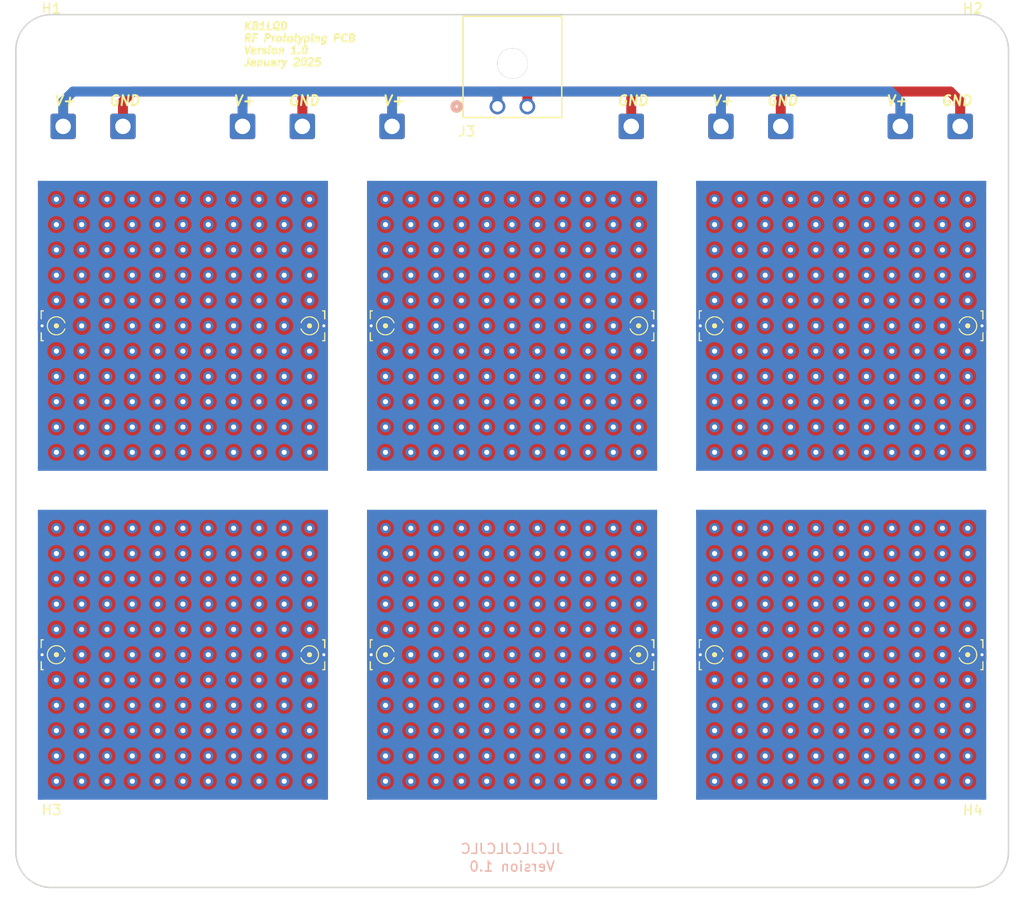
<source format=kicad_pcb>
(kicad_pcb (version 20240108) (generator "pcbnew") (generator_version "8.0")
  (title_block (date "2023-09-19") (rev "Version 1.0"))
  (layers (0 "F.Cu" signal) (31 "B.Cu" signal) (34 "B.Paste" user) (35 "F.Paste" user) (36 "B.SilkS" user "B.Silkscreen") (37 "F.SilkS" user "F.Silkscreen") (38 "B.Mask" user) (39 "F.Mask" user) (44 "Edge.Cuts" user))
  (property "ProductNumberPlaceholder" "JLCJLCJLCJLC")
  (net 0 "")
  (net 1 "GND1")
  (net 121 "GND2")
  (net 241 "GND3")
  (net 361 "GND4")
  (net 481 "GND5")
  (net 601 "GND6")
  (net 721 "/Gnd")
  (net 722 "/V+")
  (footprint "Connector_Wire:SolderWire-0.75sqmm_1x01_D1.25mm_OD2.3mm" (layer "F.Cu") (at 45 13)
    (property "Reference" "J9" (hide yes))
    (property "Value" "Conn_01x01_Pin")
  )
  (footprint "Connector_Wire:SolderWire-0.75sqmm_1x01_D1.25mm_OD2.3mm" (layer "F.Cu") (at 21 13)
    (property "Reference" "J1" (hide yes))
    (property "Value" "Conn_01x01_Pin")
  )
  (footprint "MountingHole:MountingHole_3.2mm_M3" (layer "F.Cu") (at 19.8374 85.8266)
    (property "Reference" "H3")
    (property "Value" "MountingHole")
  )
  (footprint "RF_ProtoBoard:GndRing_RF_ProtoBoard_Module" (layer "F.Cu") (at 33.02 66.04)
    (property "Reference" "A4" (hide yes))
    (property "Value" "GndRing_RF_ProtoBoard_Module" (hide yes))
  )
  (footprint "MountingHole:MountingHole_3.2mm_M3" (layer "F.Cu") (at 112.268 5.3594)
    (property "Reference" "H2")
    (property "Value" "MountingHole")
  )
  (footprint "RF_ProtoBoard:GndRing_RF_ProtoBoard_Module" (layer "F.Cu") (at 33.02 33.02)
    (property "Reference" "A1" (hide yes))
    (property "Value" "GndRing_RF_ProtoBoard_Module" (hide yes))
  )
  (footprint "MountingHole:MountingHole_3.2mm_M3" (layer "F.Cu") (at 112.268 85.852)
    (property "Reference" "H4")
    (property "Value" "MountingHole")
  )
  (footprint "RF_ProtoBoard:GndRing_RF_ProtoBoard_Module" (layer "F.Cu") (at 66.04 33.02)
    (property "Reference" "A2" (hide yes))
    (property "Value" "GndRing_RF_ProtoBoard_Module" (hide yes))
  )
  (footprint "Connector_Wire:SolderWire-0.75sqmm_1x01_D1.25mm_OD2.3mm" (layer "F.Cu") (at 27 13)
    (property "Reference" "J8" (hide yes))
    (property "Value" "Conn_01x01_Pin")
  )
  (footprint "RF_ProtoBoard:GndRing_RF_ProtoBoard_Module" (layer "F.Cu") (at 99.06 33.02)
    (property "Reference" "A3" (hide yes))
    (property "Value" "GndRing_RF_ProtoBoard_Module" (hide yes))
  )
  (footprint "Connector_Wire:SolderWire-0.75sqmm_1x01_D1.25mm_OD2.3mm" (layer "F.Cu") (at 87 13)
    (property "Reference" "J5" (hide yes))
    (property "Value" "Conn_01x01_Pin")
  )
  (footprint "RF_ProtoBoard:GndRing_RF_ProtoBoard_Module" (layer "F.Cu") (at 99.06 66.04)
    (property "Reference" "A6" (hide yes))
    (property "Value" "GndRing_RF_ProtoBoard_Module" (hide yes))
  )
  (footprint "Connector_Wire:SolderWire-0.75sqmm_1x01_D1.25mm_OD2.3mm" (layer "F.Cu") (at 39 13)
    (property "Reference" "J2" (hide yes))
    (property "Value" "Conn_01x01_Pin")
  )
  (footprint "MountingHole:MountingHole_3.2mm_M3" (layer "F.Cu") (at 19.812 5.3594)
    (property "Reference" "H1")
    (property "Value" "MountingHole")
  )
  (footprint "Connector_Wire:SolderWire-0.75sqmm_1x01_D1.25mm_OD2.3mm" (layer "F.Cu") (at 93 13)
    (property "Reference" "J11" (hide yes))
    (property "Value" "Conn_01x01_Pin")
  )
  (footprint "Connector_Wire:SolderWire-0.75sqmm_1x01_D1.25mm_OD2.3mm" (layer "F.Cu") (at 111 13)
    (property "Reference" "J10" (hide yes))
    (property "Value" "Conn_01x01_Pin")
  )
  (footprint "Connector_Wire:SolderWire-0.75sqmm_1x01_D1.25mm_OD2.3mm" (layer "F.Cu") (at 54 13)
    (property "Reference" "J6" (hide yes))
    (property "Value" "Conn_01x01_Pin")
  )
  (footprint "RF_ProtoBoard:GndRing_RF_ProtoBoard_Module" (layer "F.Cu") (at 66.04 66.04)
    (property "Reference" "A5" (hide yes))
    (property "Value" "GndRing_RF_ProtoBoard_Module" (hide yes))
  )
  (footprint "RF_ProtoBoard:CONN_SD-43650-001_02_MOL" (layer "F.Cu") (at 64.575 11 180)
    (property "Reference" "J3")
    (property "Value" "Conn_01x02_Pin")
  )
  (footprint "Connector_Wire:SolderWire-0.75sqmm_1x01_D1.25mm_OD2.3mm" (layer "F.Cu") (at 105 13)
    (property "Reference" "J4" (hide yes))
    (property "Value" "Conn_01x01_Pin")
  )
  (footprint "Connector_Wire:SolderWire-0.75sqmm_1x01_D1.25mm_OD2.3mm" (layer "F.Cu") (at 78 13)
    (property "Reference" "J12" (hide yes))
    (property "Value" "Conn_01x01_Pin")
  )
  (gr_line (start 115.849528 5.334) (end 115.849658 85.852) (stroke (width 0.15)) (layer "Edge.Cuts"))
  (gr_line (start 112.293215 89.408443) (end 19.812 89.408) (stroke (width 0.15)) (layer "Edge.Cuts"))
  (gr_line (start 19.812 1.778) (end 112.293528 1.778) (stroke (width 0.15)) (layer "Edge.Cuts"))
  (gr_arc (start 112.293528 1.778) (mid 114.807982 2.819538) (end 115.849528 5.334) (stroke (width 0.15)) (layer "Edge.Cuts"))
  (gr_arc (start 115.849658 85.852) (mid 114.808 88.366785) (end 112.293215 89.408443) (stroke (width 0.15)) (layer "Edge.Cuts"))
  (gr_line (start 16.256 85.852) (end 16.256 5.334) (stroke (width 0.15)) (layer "Edge.Cuts"))
  (gr_arc (start 16.256 5.334) (mid 17.297528 2.819528) (end 19.812 1.778) (stroke (width 0.15)) (layer "Edge.Cuts"))
  (gr_arc (start 19.812 89.408) (mid 17.297528 88.366472) (end 16.256 85.852) (stroke (width 0.15)) (layer "Edge.Cuts"))
  (gr_text "${ProductNumberPlaceholder}" (at 66.04 86.106 0) (layer "B.SilkS") (effects (font (size 1 1)) (justify bottom mirror)))
  (gr_text "${REVISION}" (at 66.04 87.884 0) (layer "B.SilkS") (effects (font (size 1 1)) (justify bottom mirror)))
  (gr_text "V+" (at 38 11 0) (layer "F.SilkS") (effects (font (size 1 1) (thickness 0.2) (bold yes) (italic yes)) (justify left bottom)))
  (gr_text "KB1LQD\nRF Prototyping PCB\nVersion 1.0\nJanuary 2025" (at 39 7 0) (layer "F.SilkS") (effects (font (size 0.75 0.75) (thickness 0.1875) (bold yes) (italic yes)) (justify left bottom)))
  (gr_text "V+" (at 86 11 0) (layer "F.SilkS") (effects (font (size 1 1) (thickness 0.2) (bold yes) (italic yes)) (justify left bottom)))
  (gr_text "GND" (at 109 11 0) (layer "F.SilkS") (effects (font (size 1 1) (thickness 0.2) (bold yes) (italic yes)) (justify left bottom)))
  (gr_text "GND" (at 25.5 11 0) (layer "F.SilkS") (effects (font (size 1 1) (thickness 0.2) (bold yes) (italic yes)) (justify left bottom)))
  (gr_text "V+" (at 103.5 11 0) (layer "F.SilkS") (effects (font (size 1 1) (thickness 0.2) (bold yes) (italic yes)) (justify left bottom)))
  (gr_text "GND" (at 43.5 11 0) (layer "F.SilkS") (effects (font (size 1 1) (thickness 0.2) (bold yes) (italic yes)) (justify left bottom)))
  (gr_text "GND" (at 76.5 11 0) (layer "F.SilkS") (effects (font (size 1 1) (thickness 0.2) (bold yes) (italic yes)) (justify left bottom)))
  (gr_text "GND" (at 91.5 11 0) (layer "F.SilkS") (effects (font (size 1 1) (thickness 0.2) (bold yes) (italic yes)) (justify left bottom)))
  (gr_text "V+" (at 53 11 0) (layer "F.SilkS") (effects (font (size 1 1) (thickness 0.2) (bold yes) (italic yes)) (justify left bottom)))
  (gr_text "V+" (at 20 11 0) (layer "F.SilkS") (effects (font (size 1 1) (thickness 0.2) (bold yes) (italic yes)) (justify left bottom)))
  (segment (start 111 13) (end 111 10.5) (width 1) (layer "F.Cu") (net 721))
  (segment (start 67.574999 9.574999) (end 67.5 9.5) (width 1) (layer "F.Cu") (net 721))
  (segment (start 111 10.5) (end 110 9.5) (width 1) (layer "F.Cu") (net 721))
  (segment (start 27 10.5) (end 27 13) (width 1) (layer "F.Cu") (net 721))
  (segment (start 45 9.5) (end 28 9.5) (width 1) (layer "F.Cu") (net 721))
  (segment (start 67.5 9.5) (end 45 9.5) (width 1) (layer "F.Cu") (net 721))
  (segment (start 78 9.5) (end 67.5 9.5) (width 1) (layer "F.Cu") (net 721))
  (segment (start 78 13) (end 78 9.5) (width 1) (layer "F.Cu") (net 721))
  (segment (start 45 13) (end 45 9.5) (width 1) (layer "F.Cu") (net 721))
  (segment (start 110 9.5) (end 93 9.5) (width 1) (layer "F.Cu") (net 721))
  (segment (start 67.574999 11) (end 67.574999 9.574999) (width 1) (layer "F.Cu") (net 721))
  (segment (start 93 9.5) (end 78 9.5) (width 1) (layer "F.Cu") (net 721))
  (segment (start 93 13) (end 93 9.5) (width 1) (layer "F.Cu") (net 721))
  (segment (start 28 9.5) (end 27 10.5) (width 1) (layer "F.Cu") (net 721))
  (segment (start 54 13) (end 54 9.5) (width 1) (layer "B.Cu") (net 722))
  (segment (start 64.5 9.5) (end 64.575 9.575) (width 1) (layer "B.Cu") (net 722))
  (segment (start 21 13) (end 21 10.5) (width 1) (layer "B.Cu") (net 722))
  (segment (start 54 9.5) (end 63.075 9.5) (width 1) (layer "B.Cu") (net 722))
  (segment (start 22 9.5) (end 39 9.5) (width 1) (layer "B.Cu") (net 722))
  (segment (start 63.075 9.5) (end 87 9.5) (width 1) (layer "B.Cu") (net 722))
  (segment (start 87 13) (end 87 9.5) (width 1) (layer "B.Cu") (net 722))
  (segment (start 105 10.5) (end 105 13) (width 1) (layer "B.Cu") (net 722))
  (segment (start 39 9.5) (end 39 13) (width 1) (layer "B.Cu") (net 722))
  (segment (start 21 10.5) (end 22 9.5) (width 1) (layer "B.Cu") (net 722))
  (segment (start 87 9.5) (end 104 9.5) (width 1) (layer "B.Cu") (net 722))
  (segment (start 63.075 9.5) (end 64.5 9.5) (width 1) (layer "B.Cu") (net 722))
  (segment (start 39 9.5) (end 54 9.5) (width 1) (layer "B.Cu") (net 722))
  (segment (start 64.575 9.575) (end 64.575 11) (width 1) (layer "B.Cu") (net 722))
  (segment (start 104 9.5) (end 105 10.5) (width 1) (layer "B.Cu") (net 722))
  (zone (net 601) (net_name "GND6") (layer "B.Cu") (priority 5) (connect_pads yes (clearance 0)) (min_thickness 0.25) (fill yes (thermal_gap 0.5) (thermal_bridge_width 0.5))
    (polygon (pts (xy 84.5058 51.4858) (xy 84.5058 80.5942) (xy 113.6142 80.5942) (xy 113.6142 51.4858)))
  )
  (zone (net 361) (net_name "GND4") (layer "B.Cu") (priority 3) (connect_pads yes (clearance 0)) (min_thickness 0.25) (fill yes (thermal_gap 0.5) (thermal_bridge_width 0.5))
    (polygon (pts (xy 18.4658 51.4858) (xy 18.4658 80.5942) (xy 47.5742 80.5942) (xy 47.5742 51.4858)))
  )
  (zone (net 121) (net_name "GND2") (layer "B.Cu") (priority 1) (connect_pads yes (clearance 0)) (min_thickness 0.25) (fill yes (thermal_gap 0.5) (thermal_bridge_width 0.5))
    (polygon (pts (xy 51.4858 18.4658) (xy 51.4858 47.5742) (xy 80.5942 47.5742) (xy 80.5942 18.4658)))
  )
  (zone (net 481) (net_name "GND5") (layer "B.Cu") (priority 4) (connect_pads yes (clearance 0)) (min_thickness 0.25) (fill yes (thermal_gap 0.5) (thermal_bridge_width 0.5))
    (polygon (pts (xy 51.4858 51.4858) (xy 51.4858 80.5942) (xy 80.5942 80.5942) (xy 80.5942 51.4858)))
  )
  (zone (net 1) (net_name "GND1") (layer "B.Cu") (connect_pads yes (clearance 0)) (min_thickness 0.25) (fill yes (thermal_gap 0.5) (thermal_bridge_width 0.5))
    (polygon (pts (xy 18.4658 18.4658) (xy 18.4658 47.5742) (xy 47.5742 47.5742) (xy 47.5742 18.4658)))
  )
  (zone (net 241) (net_name "GND3") (layer "B.Cu") (priority 2) (connect_pads yes (clearance 0)) (min_thickness 0.25) (fill yes (thermal_gap 0.5) (thermal_bridge_width 0.5))
    (polygon (pts (xy 84.5058 18.4658) (xy 84.5058 47.5742) (xy 113.6142 47.5742) (xy 113.6142 18.4658)))
  )
)
</source>
